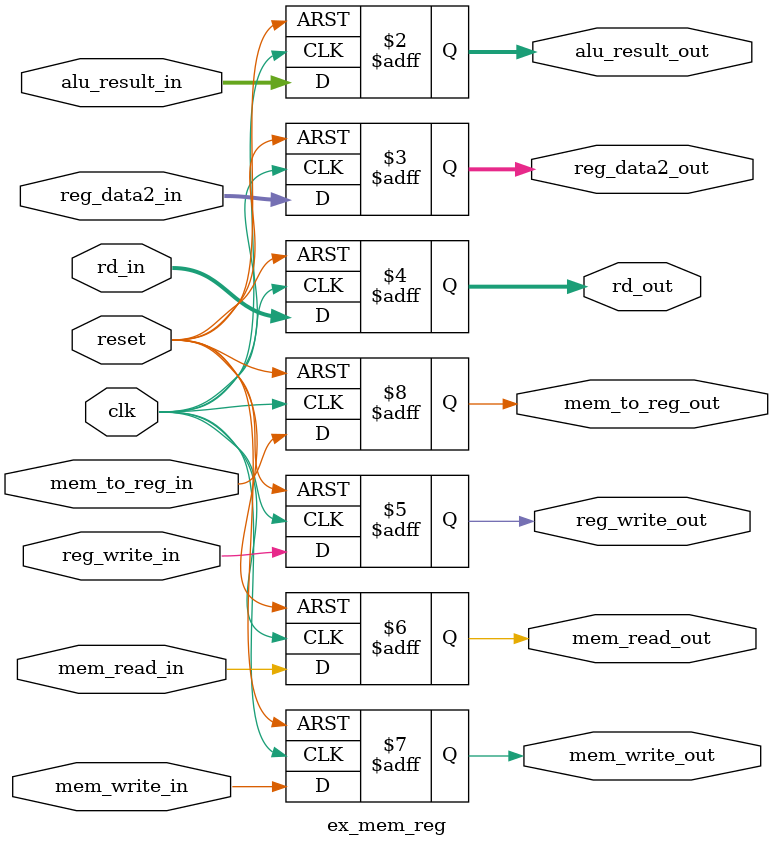
<source format=v>
`timescale 1ns / 1ps
module ex_mem_reg (
    input clk,
    input reset,
    input [15:0] alu_result_in,
    input [15:0] reg_data2_in,
    input [3:0] rd_in,
    input reg_write_in,
    input mem_read_in,
    input mem_write_in,
    input mem_to_reg_in,
    output reg [15:0] alu_result_out,
    output reg [15:0] reg_data2_out,
    output reg [3:0] rd_out,
    output reg reg_write_out,
    output reg mem_read_out,
    output reg mem_write_out,
    output reg mem_to_reg_out
);
    always @(posedge clk or posedge reset) begin
        if (reset) begin
            alu_result_out <= 0;
            reg_data2_out <= 0;
            rd_out <= 0;
            reg_write_out <= 0;
            mem_read_out <= 0;
            mem_write_out <= 0;
            mem_to_reg_out <= 0;
        end else begin
            alu_result_out <= alu_result_in;
            reg_data2_out <= reg_data2_in;
            rd_out <= rd_in;
            reg_write_out <= reg_write_in;
            mem_read_out <= mem_read_in;
            mem_write_out <= mem_write_in;
            mem_to_reg_out <= mem_to_reg_in;
        end
    end
endmodule

</source>
